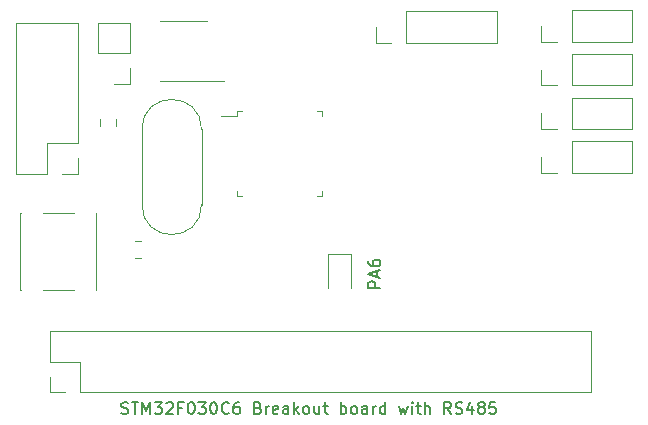
<source format=gbr>
G04 #@! TF.GenerationSoftware,KiCad,Pcbnew,(5.1.4)-1*
G04 #@! TF.CreationDate,2020-06-16T20:58:40+02:00*
G04 #@! TF.ProjectId,STM32F030C6_Board,53544d33-3246-4303-9330-43365f426f61,rev?*
G04 #@! TF.SameCoordinates,Original*
G04 #@! TF.FileFunction,Legend,Top*
G04 #@! TF.FilePolarity,Positive*
%FSLAX46Y46*%
G04 Gerber Fmt 4.6, Leading zero omitted, Abs format (unit mm)*
G04 Created by KiCad (PCBNEW (5.1.4)-1) date 2020-06-16 20:58:40*
%MOMM*%
%LPD*%
G04 APERTURE LIST*
%ADD10C,0.150000*%
%ADD11C,0.120000*%
G04 APERTURE END LIST*
D10*
X178652380Y-116966666D02*
X177652380Y-116966666D01*
X177652380Y-116585714D01*
X177700000Y-116490476D01*
X177747619Y-116442857D01*
X177842857Y-116395238D01*
X177985714Y-116395238D01*
X178080952Y-116442857D01*
X178128571Y-116490476D01*
X178176190Y-116585714D01*
X178176190Y-116966666D01*
X178366666Y-116014285D02*
X178366666Y-115538095D01*
X178652380Y-116109523D02*
X177652380Y-115776190D01*
X178652380Y-115442857D01*
X177652380Y-114680952D02*
X177652380Y-114871428D01*
X177700000Y-114966666D01*
X177747619Y-115014285D01*
X177890476Y-115109523D01*
X178080952Y-115157142D01*
X178461904Y-115157142D01*
X178557142Y-115109523D01*
X178604761Y-115061904D01*
X178652380Y-114966666D01*
X178652380Y-114776190D01*
X178604761Y-114680952D01*
X178557142Y-114633333D01*
X178461904Y-114585714D01*
X178223809Y-114585714D01*
X178128571Y-114633333D01*
X178080952Y-114680952D01*
X178033333Y-114776190D01*
X178033333Y-114966666D01*
X178080952Y-115061904D01*
X178128571Y-115109523D01*
X178223809Y-115157142D01*
X156742857Y-127604761D02*
X156885714Y-127652380D01*
X157123809Y-127652380D01*
X157219047Y-127604761D01*
X157266666Y-127557142D01*
X157314285Y-127461904D01*
X157314285Y-127366666D01*
X157266666Y-127271428D01*
X157219047Y-127223809D01*
X157123809Y-127176190D01*
X156933333Y-127128571D01*
X156838095Y-127080952D01*
X156790476Y-127033333D01*
X156742857Y-126938095D01*
X156742857Y-126842857D01*
X156790476Y-126747619D01*
X156838095Y-126700000D01*
X156933333Y-126652380D01*
X157171428Y-126652380D01*
X157314285Y-126700000D01*
X157600000Y-126652380D02*
X158171428Y-126652380D01*
X157885714Y-127652380D02*
X157885714Y-126652380D01*
X158504761Y-127652380D02*
X158504761Y-126652380D01*
X158838095Y-127366666D01*
X159171428Y-126652380D01*
X159171428Y-127652380D01*
X159552380Y-126652380D02*
X160171428Y-126652380D01*
X159838095Y-127033333D01*
X159980952Y-127033333D01*
X160076190Y-127080952D01*
X160123809Y-127128571D01*
X160171428Y-127223809D01*
X160171428Y-127461904D01*
X160123809Y-127557142D01*
X160076190Y-127604761D01*
X159980952Y-127652380D01*
X159695238Y-127652380D01*
X159600000Y-127604761D01*
X159552380Y-127557142D01*
X160552380Y-126747619D02*
X160600000Y-126700000D01*
X160695238Y-126652380D01*
X160933333Y-126652380D01*
X161028571Y-126700000D01*
X161076190Y-126747619D01*
X161123809Y-126842857D01*
X161123809Y-126938095D01*
X161076190Y-127080952D01*
X160504761Y-127652380D01*
X161123809Y-127652380D01*
X161885714Y-127128571D02*
X161552380Y-127128571D01*
X161552380Y-127652380D02*
X161552380Y-126652380D01*
X162028571Y-126652380D01*
X162600000Y-126652380D02*
X162695238Y-126652380D01*
X162790476Y-126700000D01*
X162838095Y-126747619D01*
X162885714Y-126842857D01*
X162933333Y-127033333D01*
X162933333Y-127271428D01*
X162885714Y-127461904D01*
X162838095Y-127557142D01*
X162790476Y-127604761D01*
X162695238Y-127652380D01*
X162600000Y-127652380D01*
X162504761Y-127604761D01*
X162457142Y-127557142D01*
X162409523Y-127461904D01*
X162361904Y-127271428D01*
X162361904Y-127033333D01*
X162409523Y-126842857D01*
X162457142Y-126747619D01*
X162504761Y-126700000D01*
X162600000Y-126652380D01*
X163266666Y-126652380D02*
X163885714Y-126652380D01*
X163552380Y-127033333D01*
X163695238Y-127033333D01*
X163790476Y-127080952D01*
X163838095Y-127128571D01*
X163885714Y-127223809D01*
X163885714Y-127461904D01*
X163838095Y-127557142D01*
X163790476Y-127604761D01*
X163695238Y-127652380D01*
X163409523Y-127652380D01*
X163314285Y-127604761D01*
X163266666Y-127557142D01*
X164504761Y-126652380D02*
X164600000Y-126652380D01*
X164695238Y-126700000D01*
X164742857Y-126747619D01*
X164790476Y-126842857D01*
X164838095Y-127033333D01*
X164838095Y-127271428D01*
X164790476Y-127461904D01*
X164742857Y-127557142D01*
X164695238Y-127604761D01*
X164600000Y-127652380D01*
X164504761Y-127652380D01*
X164409523Y-127604761D01*
X164361904Y-127557142D01*
X164314285Y-127461904D01*
X164266666Y-127271428D01*
X164266666Y-127033333D01*
X164314285Y-126842857D01*
X164361904Y-126747619D01*
X164409523Y-126700000D01*
X164504761Y-126652380D01*
X165838095Y-127557142D02*
X165790476Y-127604761D01*
X165647619Y-127652380D01*
X165552380Y-127652380D01*
X165409523Y-127604761D01*
X165314285Y-127509523D01*
X165266666Y-127414285D01*
X165219047Y-127223809D01*
X165219047Y-127080952D01*
X165266666Y-126890476D01*
X165314285Y-126795238D01*
X165409523Y-126700000D01*
X165552380Y-126652380D01*
X165647619Y-126652380D01*
X165790476Y-126700000D01*
X165838095Y-126747619D01*
X166695238Y-126652380D02*
X166504761Y-126652380D01*
X166409523Y-126700000D01*
X166361904Y-126747619D01*
X166266666Y-126890476D01*
X166219047Y-127080952D01*
X166219047Y-127461904D01*
X166266666Y-127557142D01*
X166314285Y-127604761D01*
X166409523Y-127652380D01*
X166600000Y-127652380D01*
X166695238Y-127604761D01*
X166742857Y-127557142D01*
X166790476Y-127461904D01*
X166790476Y-127223809D01*
X166742857Y-127128571D01*
X166695238Y-127080952D01*
X166600000Y-127033333D01*
X166409523Y-127033333D01*
X166314285Y-127080952D01*
X166266666Y-127128571D01*
X166219047Y-127223809D01*
X168314285Y-127128571D02*
X168457142Y-127176190D01*
X168504761Y-127223809D01*
X168552380Y-127319047D01*
X168552380Y-127461904D01*
X168504761Y-127557142D01*
X168457142Y-127604761D01*
X168361904Y-127652380D01*
X167980952Y-127652380D01*
X167980952Y-126652380D01*
X168314285Y-126652380D01*
X168409523Y-126700000D01*
X168457142Y-126747619D01*
X168504761Y-126842857D01*
X168504761Y-126938095D01*
X168457142Y-127033333D01*
X168409523Y-127080952D01*
X168314285Y-127128571D01*
X167980952Y-127128571D01*
X168980952Y-127652380D02*
X168980952Y-126985714D01*
X168980952Y-127176190D02*
X169028571Y-127080952D01*
X169076190Y-127033333D01*
X169171428Y-126985714D01*
X169266666Y-126985714D01*
X169980952Y-127604761D02*
X169885714Y-127652380D01*
X169695238Y-127652380D01*
X169600000Y-127604761D01*
X169552380Y-127509523D01*
X169552380Y-127128571D01*
X169600000Y-127033333D01*
X169695238Y-126985714D01*
X169885714Y-126985714D01*
X169980952Y-127033333D01*
X170028571Y-127128571D01*
X170028571Y-127223809D01*
X169552380Y-127319047D01*
X170885714Y-127652380D02*
X170885714Y-127128571D01*
X170838095Y-127033333D01*
X170742857Y-126985714D01*
X170552380Y-126985714D01*
X170457142Y-127033333D01*
X170885714Y-127604761D02*
X170790476Y-127652380D01*
X170552380Y-127652380D01*
X170457142Y-127604761D01*
X170409523Y-127509523D01*
X170409523Y-127414285D01*
X170457142Y-127319047D01*
X170552380Y-127271428D01*
X170790476Y-127271428D01*
X170885714Y-127223809D01*
X171361904Y-127652380D02*
X171361904Y-126652380D01*
X171457142Y-127271428D02*
X171742857Y-127652380D01*
X171742857Y-126985714D02*
X171361904Y-127366666D01*
X172314285Y-127652380D02*
X172219047Y-127604761D01*
X172171428Y-127557142D01*
X172123809Y-127461904D01*
X172123809Y-127176190D01*
X172171428Y-127080952D01*
X172219047Y-127033333D01*
X172314285Y-126985714D01*
X172457142Y-126985714D01*
X172552380Y-127033333D01*
X172600000Y-127080952D01*
X172647619Y-127176190D01*
X172647619Y-127461904D01*
X172600000Y-127557142D01*
X172552380Y-127604761D01*
X172457142Y-127652380D01*
X172314285Y-127652380D01*
X173504761Y-126985714D02*
X173504761Y-127652380D01*
X173076190Y-126985714D02*
X173076190Y-127509523D01*
X173123809Y-127604761D01*
X173219047Y-127652380D01*
X173361904Y-127652380D01*
X173457142Y-127604761D01*
X173504761Y-127557142D01*
X173838095Y-126985714D02*
X174219047Y-126985714D01*
X173980952Y-126652380D02*
X173980952Y-127509523D01*
X174028571Y-127604761D01*
X174123809Y-127652380D01*
X174219047Y-127652380D01*
X175314285Y-127652380D02*
X175314285Y-126652380D01*
X175314285Y-127033333D02*
X175409523Y-126985714D01*
X175600000Y-126985714D01*
X175695238Y-127033333D01*
X175742857Y-127080952D01*
X175790476Y-127176190D01*
X175790476Y-127461904D01*
X175742857Y-127557142D01*
X175695238Y-127604761D01*
X175600000Y-127652380D01*
X175409523Y-127652380D01*
X175314285Y-127604761D01*
X176361904Y-127652380D02*
X176266666Y-127604761D01*
X176219047Y-127557142D01*
X176171428Y-127461904D01*
X176171428Y-127176190D01*
X176219047Y-127080952D01*
X176266666Y-127033333D01*
X176361904Y-126985714D01*
X176504761Y-126985714D01*
X176600000Y-127033333D01*
X176647619Y-127080952D01*
X176695238Y-127176190D01*
X176695238Y-127461904D01*
X176647619Y-127557142D01*
X176600000Y-127604761D01*
X176504761Y-127652380D01*
X176361904Y-127652380D01*
X177552380Y-127652380D02*
X177552380Y-127128571D01*
X177504761Y-127033333D01*
X177409523Y-126985714D01*
X177219047Y-126985714D01*
X177123809Y-127033333D01*
X177552380Y-127604761D02*
X177457142Y-127652380D01*
X177219047Y-127652380D01*
X177123809Y-127604761D01*
X177076190Y-127509523D01*
X177076190Y-127414285D01*
X177123809Y-127319047D01*
X177219047Y-127271428D01*
X177457142Y-127271428D01*
X177552380Y-127223809D01*
X178028571Y-127652380D02*
X178028571Y-126985714D01*
X178028571Y-127176190D02*
X178076190Y-127080952D01*
X178123809Y-127033333D01*
X178219047Y-126985714D01*
X178314285Y-126985714D01*
X179076190Y-127652380D02*
X179076190Y-126652380D01*
X179076190Y-127604761D02*
X178980952Y-127652380D01*
X178790476Y-127652380D01*
X178695238Y-127604761D01*
X178647619Y-127557142D01*
X178600000Y-127461904D01*
X178600000Y-127176190D01*
X178647619Y-127080952D01*
X178695238Y-127033333D01*
X178790476Y-126985714D01*
X178980952Y-126985714D01*
X179076190Y-127033333D01*
X180219047Y-126985714D02*
X180409523Y-127652380D01*
X180600000Y-127176190D01*
X180790476Y-127652380D01*
X180980952Y-126985714D01*
X181361904Y-127652380D02*
X181361904Y-126985714D01*
X181361904Y-126652380D02*
X181314285Y-126700000D01*
X181361904Y-126747619D01*
X181409523Y-126700000D01*
X181361904Y-126652380D01*
X181361904Y-126747619D01*
X181695238Y-126985714D02*
X182076190Y-126985714D01*
X181838095Y-126652380D02*
X181838095Y-127509523D01*
X181885714Y-127604761D01*
X181980952Y-127652380D01*
X182076190Y-127652380D01*
X182409523Y-127652380D02*
X182409523Y-126652380D01*
X182838095Y-127652380D02*
X182838095Y-127128571D01*
X182790476Y-127033333D01*
X182695238Y-126985714D01*
X182552380Y-126985714D01*
X182457142Y-127033333D01*
X182409523Y-127080952D01*
X184647619Y-127652380D02*
X184314285Y-127176190D01*
X184076190Y-127652380D02*
X184076190Y-126652380D01*
X184457142Y-126652380D01*
X184552380Y-126700000D01*
X184600000Y-126747619D01*
X184647619Y-126842857D01*
X184647619Y-126985714D01*
X184600000Y-127080952D01*
X184552380Y-127128571D01*
X184457142Y-127176190D01*
X184076190Y-127176190D01*
X185028571Y-127604761D02*
X185171428Y-127652380D01*
X185409523Y-127652380D01*
X185504761Y-127604761D01*
X185552380Y-127557142D01*
X185600000Y-127461904D01*
X185600000Y-127366666D01*
X185552380Y-127271428D01*
X185504761Y-127223809D01*
X185409523Y-127176190D01*
X185219047Y-127128571D01*
X185123809Y-127080952D01*
X185076190Y-127033333D01*
X185028571Y-126938095D01*
X185028571Y-126842857D01*
X185076190Y-126747619D01*
X185123809Y-126700000D01*
X185219047Y-126652380D01*
X185457142Y-126652380D01*
X185600000Y-126700000D01*
X186457142Y-126985714D02*
X186457142Y-127652380D01*
X186219047Y-126604761D02*
X185980952Y-127319047D01*
X186600000Y-127319047D01*
X187123809Y-127080952D02*
X187028571Y-127033333D01*
X186980952Y-126985714D01*
X186933333Y-126890476D01*
X186933333Y-126842857D01*
X186980952Y-126747619D01*
X187028571Y-126700000D01*
X187123809Y-126652380D01*
X187314285Y-126652380D01*
X187409523Y-126700000D01*
X187457142Y-126747619D01*
X187504761Y-126842857D01*
X187504761Y-126890476D01*
X187457142Y-126985714D01*
X187409523Y-127033333D01*
X187314285Y-127080952D01*
X187123809Y-127080952D01*
X187028571Y-127128571D01*
X186980952Y-127176190D01*
X186933333Y-127271428D01*
X186933333Y-127461904D01*
X186980952Y-127557142D01*
X187028571Y-127604761D01*
X187123809Y-127652380D01*
X187314285Y-127652380D01*
X187409523Y-127604761D01*
X187457142Y-127557142D01*
X187504761Y-127461904D01*
X187504761Y-127271428D01*
X187457142Y-127176190D01*
X187409523Y-127128571D01*
X187314285Y-127080952D01*
X188409523Y-126652380D02*
X187933333Y-126652380D01*
X187885714Y-127128571D01*
X187933333Y-127080952D01*
X188028571Y-127033333D01*
X188266666Y-127033333D01*
X188361904Y-127080952D01*
X188409523Y-127128571D01*
X188457142Y-127223809D01*
X188457142Y-127461904D01*
X188409523Y-127557142D01*
X188361904Y-127604761D01*
X188266666Y-127652380D01*
X188028571Y-127652380D01*
X187933333Y-127604761D01*
X187885714Y-127557142D01*
D11*
X157863748Y-114410000D02*
X158386252Y-114410000D01*
X157863748Y-112990000D02*
X158386252Y-112990000D01*
X176160000Y-117000000D02*
X176160000Y-114140000D01*
X176160000Y-114140000D02*
X174240000Y-114140000D01*
X174240000Y-114140000D02*
X174240000Y-117000000D01*
X196510000Y-125830000D02*
X196510000Y-120630000D01*
X153270000Y-125830000D02*
X196510000Y-125830000D01*
X150670000Y-120630000D02*
X196510000Y-120630000D01*
X153270000Y-125830000D02*
X153270000Y-123230000D01*
X153270000Y-123230000D02*
X150670000Y-123230000D01*
X150670000Y-123230000D02*
X150670000Y-120630000D01*
X152000000Y-125830000D02*
X150670000Y-125830000D01*
X150670000Y-125830000D02*
X150670000Y-124500000D01*
X188550000Y-96230000D02*
X188550000Y-93570000D01*
X180870000Y-96230000D02*
X188550000Y-96230000D01*
X180870000Y-93570000D02*
X188550000Y-93570000D01*
X180870000Y-96230000D02*
X180870000Y-93570000D01*
X179600000Y-96230000D02*
X178270000Y-96230000D01*
X178270000Y-96230000D02*
X178270000Y-94900000D01*
X153030000Y-94530000D02*
X147830000Y-94530000D01*
X153030000Y-104750000D02*
X153030000Y-94530000D01*
X147830000Y-107350000D02*
X147830000Y-94530000D01*
X153030000Y-104750000D02*
X150430000Y-104750000D01*
X150430000Y-104750000D02*
X150430000Y-107350000D01*
X150430000Y-107350000D02*
X147830000Y-107350000D01*
X153030000Y-106020000D02*
X153030000Y-107350000D01*
X153030000Y-107350000D02*
X151700000Y-107350000D01*
X200010000Y-107230000D02*
X200010000Y-104570000D01*
X194870000Y-107230000D02*
X200010000Y-107230000D01*
X194870000Y-104570000D02*
X200010000Y-104570000D01*
X194870000Y-107230000D02*
X194870000Y-104570000D01*
X193600000Y-107230000D02*
X192270000Y-107230000D01*
X192270000Y-107230000D02*
X192270000Y-105900000D01*
X192270000Y-103530000D02*
X192270000Y-102200000D01*
X193600000Y-103530000D02*
X192270000Y-103530000D01*
X194870000Y-103530000D02*
X194870000Y-100870000D01*
X194870000Y-100870000D02*
X200010000Y-100870000D01*
X194870000Y-103530000D02*
X200010000Y-103530000D01*
X200010000Y-103530000D02*
X200010000Y-100870000D01*
X200010000Y-99830000D02*
X200010000Y-97170000D01*
X194870000Y-99830000D02*
X200010000Y-99830000D01*
X194870000Y-97170000D02*
X200010000Y-97170000D01*
X194870000Y-99830000D02*
X194870000Y-97170000D01*
X193600000Y-99830000D02*
X192270000Y-99830000D01*
X192270000Y-99830000D02*
X192270000Y-98500000D01*
X192270000Y-96130000D02*
X192270000Y-94800000D01*
X193600000Y-96130000D02*
X192270000Y-96130000D01*
X194870000Y-96130000D02*
X194870000Y-93470000D01*
X194870000Y-93470000D02*
X200010000Y-93470000D01*
X194870000Y-96130000D02*
X200010000Y-96130000D01*
X200010000Y-96130000D02*
X200010000Y-93470000D01*
X157430000Y-94530000D02*
X154770000Y-94530000D01*
X157430000Y-97130000D02*
X157430000Y-94530000D01*
X154770000Y-97130000D02*
X154770000Y-94530000D01*
X157430000Y-97130000D02*
X154770000Y-97130000D01*
X157430000Y-98400000D02*
X157430000Y-99730000D01*
X157430000Y-99730000D02*
X156100000Y-99730000D01*
X156310000Y-102713748D02*
X156310000Y-103236252D01*
X154890000Y-102713748D02*
X154890000Y-103236252D01*
X154630000Y-117130000D02*
X154600000Y-117130000D01*
X148170000Y-117130000D02*
X148200000Y-117130000D01*
X148170000Y-110670000D02*
X148200000Y-110670000D01*
X154600000Y-110670000D02*
X154630000Y-110670000D01*
X152700000Y-117130000D02*
X150100000Y-117130000D01*
X154630000Y-110670000D02*
X154630000Y-117130000D01*
X152700000Y-110670000D02*
X150100000Y-110670000D01*
X148170000Y-110670000D02*
X148170000Y-117130000D01*
X162000000Y-94340000D02*
X160050000Y-94340000D01*
X162000000Y-94340000D02*
X163950000Y-94340000D01*
X162000000Y-99460000D02*
X160050000Y-99460000D01*
X162000000Y-99460000D02*
X165450000Y-99460000D01*
X173260000Y-109210000D02*
X173710000Y-109210000D01*
X173710000Y-109210000D02*
X173710000Y-108760000D01*
X166940000Y-109210000D02*
X166490000Y-109210000D01*
X166490000Y-109210000D02*
X166490000Y-108760000D01*
X173260000Y-101990000D02*
X173710000Y-101990000D01*
X173710000Y-101990000D02*
X173710000Y-102440000D01*
X166940000Y-101990000D02*
X166490000Y-101990000D01*
X166490000Y-101990000D02*
X166490000Y-102440000D01*
X166490000Y-102440000D02*
X165200000Y-102440000D01*
X163525000Y-103540000D02*
X163525000Y-109940000D01*
X158475000Y-103540000D02*
X158475000Y-109940000D01*
X158475000Y-103540000D02*
G75*
G02X163525000Y-103540000I2525000J0D01*
G01*
X158475000Y-109940000D02*
G75*
G03X163525000Y-109940000I2525000J0D01*
G01*
M02*

</source>
